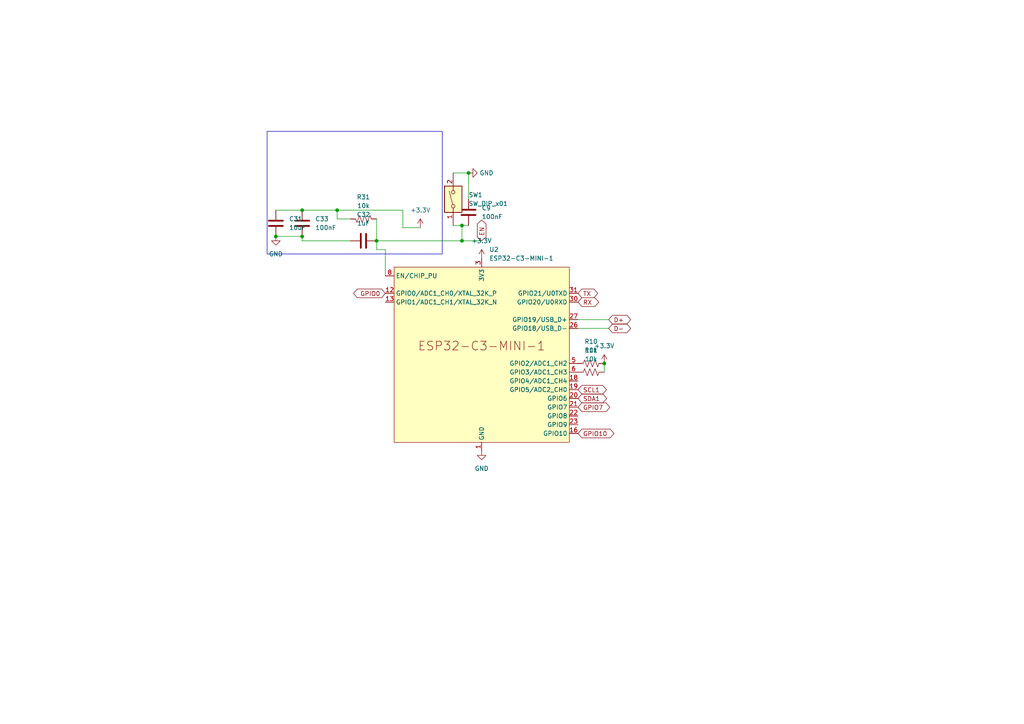
<source format=kicad_sch>
(kicad_sch (version 20231120) (generator "eeschema") (generator_version "8.0")
  (paper "A4")
  (lib_symbols
    (symbol "Device:C" (pin_numbers hide) (pin_names (offset 0.254))
      (property "Reference" "C" (at 0.635 2.54 0))
      (property "Value" "C" (at 0.635 -2.54 0))
      (symbol "C_0_1"
        (polyline (pts (xy -2.032 -0.762) (xy 2.032 -0.762)) (stroke (width 0.508)))
        (polyline (pts (xy -2.032 0.762) (xy 2.032 0.762)) (stroke (width 0.508)))
      )
      (symbol "C_1_1"
        (pin passive line (at 0 3.81 270) (length 2.794) (name "~") (number "1"))
        (pin passive line (at 0 -3.81 90) (length 2.794) (name "~") (number "2"))
      )
    )
    (symbol "Device:R_US" (pin_numbers hide) (pin_names (offset 0))
      (property "Reference" "R" (at 2.54 0 90))
      (property "Value" "R_US" (at -2.54 0 90))
      (symbol "R_US_0_1"
        (polyline (pts (xy 0 -2.286) (xy 0 -2.54)))
        (polyline (pts (xy 0 2.286) (xy 0 2.54)))
        (polyline (pts (xy 0 -0.762) (xy 1.016 -1.143) (xy 0 -1.524) (xy -1.016 -1.905) (xy 0 -2.286)))
        (polyline (pts (xy 0 0.762) (xy 1.016 0.381) (xy 0 0) (xy -1.016 -0.381) (xy 0 -0.762)))
        (polyline (pts (xy 0 2.286) (xy 1.016 1.905) (xy 0 1.524) (xy -1.016 1.143) (xy 0 0.762)))
      )
      (symbol "R_US_1_1"
        (pin passive line (at 0 3.81 270) (length 1.27) (name "~") (number "1"))
        (pin passive line (at 0 -3.81 90) (length 1.27) (name "~") (number "2"))
      )
    )
    (symbol "PCM_Espressif:ESP32-C3-MINI-1"
      (property "Reference" "U" (at -25.4 30.48 0))
      (property "Value" "ESP32-C3-MINI-1" (at -25.4 27.94 0))
      (symbol "ESP32-C3-MINI-1_0_0"
        (text "ESP32-C3-MINI-1" (at 0 2.54 0) (effects (font (size 2.54 2.54))))
      )
      (symbol "ESP32-C3-MINI-1_0_1"
        (rectangle (start -25.4 25.4) (end 25.4 -25.4) (fill (type background)))
      )
      (symbol "ESP32-C3-MINI-1_1_1"
        (pin power_in line (at 0 -27.94 90) (length 2.54) (name "GND") (number "1"))
        (pin no_connect line (at -25.4 2.54 0) (length 2.54) hide (name "NC") (number "10"))
        (pin passive line (at 0 -27.94 90) (length 2.54) hide (name "GND") (number "11"))
        (pin bidirectional line (at -27.94 17.78 0) (length 2.54) (name "GPIO0/ADC1_CH0/XTAL_32K_P") (number "12"))
        (pin bidirectional line (at -27.94 15.24 0) (length 2.54) (name "GPIO1/ADC1_CH1/XTAL_32K_N") (number "13"))
        (pin passive line (at 0 -27.94 90) (length 2.54) hide (name "GND") (number "14"))
        (pin no_connect line (at -25.4 0 0) (length 2.54) hide (name "NC") (number "15"))
        (pin bidirectional line (at 27.94 -22.86 180) (length 2.54) (name "GPIO10") (number "16"))
        (pin no_connect line (at -25.4 -2.54 0) (length 2.54) hide (name "NC") (number "17"))
        (pin bidirectional line (at 27.94 -7.62 180) (length 2.54) (name "GPIO4/ADC1_CH4") (number "18"))
        (pin bidirectional line (at 27.94 -10.16 180) (length 2.54) (name "GPIO5/ADC2_CH0") (number "19"))
        (pin passive line (at 0 -27.94 90) (length 2.54) hide (name "GND") (number "2"))
        (pin bidirectional line (at 27.94 -12.7 180) (length 2.54) (name "GPIO6") (number "20"))
        (pin bidirectional line (at 27.94 -15.24 180) (length 2.54) (name "GPIO7") (number "21"))
        (pin bidirectional line (at 27.94 -17.78 180) (length 2.54) (name "GPIO8") (number "22"))
        (pin bidirectional line (at 27.94 -20.32 180) (length 2.54) (name "GPIO9") (number "23"))
        (pin no_connect line (at -25.4 -5.08 0) (length 2.54) hide (name "NC") (number "24"))
        (pin no_connect line (at -25.4 -7.62 0) (length 2.54) hide (name "NC") (number "25"))
        (pin bidirectional line (at 27.94 7.62 180) (length 2.54) (name "GPIO18/USB_D-") (number "26"))
        (pin bidirectional line (at 27.94 10.16 180) (length 2.54) (name "GPIO19/USB_D+") (number "27"))
        (pin no_connect line (at -25.4 -10.16 0) (length 2.54) hide (name "NC") (number "28"))
        (pin no_connect line (at -25.4 -12.7 0) (length 2.54) hide (name "NC") (number "29"))
        (pin power_in line (at 0 27.94 270) (length 2.54) (name "3V3") (number "3"))
        (pin bidirectional line (at 27.94 15.24 180) (length 2.54) (name "GPIO20/U0RXD") (number "30"))
        (pin bidirectional line (at 27.94 17.78 180) (length 2.54) (name "GPIO21/U0TXD") (number "31"))
        (pin no_connect line (at -25.4 -15.24 0) (length 2.54) hide (name "NC") (number "32"))
        (pin no_connect line (at -25.4 -17.78 0) (length 2.54) hide (name "NC") (number "33"))
        (pin no_connect line (at -25.4 -20.32 0) (length 2.54) hide (name "NC") (number "34"))
        (pin no_connect line (at -25.4 -22.86 0) (length 2.54) hide (name "NC") (number "35"))
        (pin passive line (at 0 -27.94 90) (length 2.54) hide (name "GND") (number "36"))
        (pin passive line (at 0 -27.94 90) (length 2.54) hide (name "GND") (number "37"))
        (pin passive line (at 0 -27.94 90) (length 2.54) hide (name "GND") (number "38"))
        (pin passive line (at 0 -27.94 90) (length 2.54) hide (name "GND") (number "39"))
        (pin no_connect line (at -25.4 10.16 0) (length 2.54) hide (name "NC") (number "4"))
        (pin passive line (at 0 -27.94 90) (length 2.54) hide (name "GND") (number "40"))
        (pin passive line (at 0 -27.94 90) (length 2.54) hide (name "GND") (number "41"))
        (pin passive line (at 0 -27.94 90) (length 2.54) hide (name "GND") (number "42"))
        (pin passive line (at 0 -27.94 90) (length 2.54) hide (name "GND") (number "43"))
        (pin passive line (at 0 -27.94 90) (length 2.54) hide (name "GND") (number "44"))
        (pin passive line (at 0 -27.94 90) (length 2.54) hide (name "GND") (number "45"))
        (pin passive line (at 0 -27.94 90) (length 2.54) hide (name "GND") (number "46"))
        (pin passive line (at 0 -27.94 90) (length 2.54) hide (name "GND") (number "47"))
        (pin passive line (at 0 -27.94 90) (length 2.54) hide (name "GND") (number "48"))
        (pin passive line (at 0 -27.94 90) (length 2.54) hide (name "GND") (number "49"))
        (pin bidirectional line (at 27.94 -2.54 180) (length 2.54) (name "GPIO2/ADC1_CH2") (number "5"))
        (pin passive line (at 0 -27.94 90) (length 2.54) hide (name "GND") (number "50"))
        (pin passive line (at 0 -27.94 90) (length 2.54) hide (name "GND") (number "51"))
        (pin passive line (at 0 -27.94 90) (length 2.54) hide (name "GND") (number "52"))
        (pin passive line (at 0 -27.94 90) (length 2.54) hide (name "GND") (number "53"))
        (pin bidirectional line (at 27.94 -5.08 180) (length 2.54) (name "GPIO3/ADC1_CH3") (number "6"))
        (pin no_connect line (at -25.4 7.62 0) (length 2.54) hide (name "NC") (number "7"))
        (pin input line (at -27.94 22.86 0) (length 2.54) (name "EN/CHIP_PU") (number "8"))
        (pin no_connect line (at -25.4 5.08 0) (length 2.54) hide (name "NC") (number "9"))
      )
    )
    (symbol "Switch:SW_DIP_x01" (pin_names (offset 0) hide)
      (property "Reference" "SW" (at 0 3.81 0))
      (property "Value" "SW_DIP_x01" (at 0 -3.81 0))
      (symbol "SW_DIP_x01_0_0"
        (circle (center -2.032 0) (radius 0.508))
        (polyline (pts (xy -1.524 0.127) (xy 2.3622 1.1684)))
        (circle (center 2.032 0) (radius 0.508))
      )
      (symbol "SW_DIP_x01_0_1"
        (rectangle (start -3.81 2.54) (end 3.81 -2.54) (stroke (width 0.254)) (fill (type background)))
      )
      (symbol "SW_DIP_x01_1_1"
        (pin passive line (at -7.62 0 0) (length 5.08) (name "~") (number "1"))
        (pin passive line (at 7.62 0 180) (length 5.08) (name "~") (number "2"))
      )
    )
    (symbol "power:+3.3V" (power) (pin_names (offset 0))
      (property "Value" "+3.3V" (at 0 3.556 0))
      (symbol "+3.3V_0_1"
        (polyline (pts (xy -0.762 1.27) (xy 0 2.54)))
        (polyline (pts (xy 0 0) (xy 0 2.54)))
        (polyline (pts (xy 0 2.54) (xy 0.762 1.27)))
      )
      (symbol "+3.3V_1_1"
        (pin power_in line (at 0 0 90) (length 0) hide (name "+3.3V") (number "1"))
      )
    )
    (symbol "power:GND" (power) (pin_names (offset 0))
      (property "Value" "GND" (at 0 -3.81 0))
      (symbol "GND_0_1"
        (polyline (pts (xy 0 0) (xy 0 -1.27) (xy 1.27 -1.27) (xy 0 -2.54) (xy -1.27 -1.27) (xy 0 -1.27)))
      )
      (symbol "GND_1_1"
        (pin power_in line (at 0 0 270) (length 0) hide (name "GND") (number "1"))
      )
    )
  )
  (junction (at 135.89 50.165))
  (junction (at 87.63 68.58))
  (junction (at 80.01 68.58))
  (junction (at 87.63 60.96))
  (junction (at 109.22 69.85))
  (junction (at 133.985 65.405))
  (junction (at 133.985 69.85))
  (junction (at 175.26 105.41))
  (junction (at 97.79 60.96))
  (wire (pts (xy 135.89 50.165) (xy 131.445 50.165)))
  (wire (pts (xy 111.76 72.39) (xy 109.22 72.39)))
  (wire (pts (xy 97.79 60.96) (xy 97.79 63.5)))
  (wire (pts (xy 175.26 105.41) (xy 175.26 107.95)))
  (wire (pts (xy 87.63 69.85) (xy 87.63 68.58)))
  (wire (pts (xy 133.985 65.405) (xy 133.985 69.85)))
  (wire (pts (xy 80.01 60.96) (xy 87.63 60.96)))
  (wire (pts (xy 116.84 60.96) (xy 116.84 66.04)))
  (wire (pts (xy 116.84 66.04) (xy 121.92 66.04)))
  (wire (pts (xy 135.89 57.785) (xy 135.89 50.165)))
  (wire (pts (xy 131.445 65.405) (xy 133.985 65.405)))
  (wire (pts (xy 167.64 92.71) (xy 176.53 92.71)))
  (wire (pts (xy 80.01 68.58) (xy 87.63 68.58)))
  (wire (pts (xy 87.63 60.96) (xy 97.79 60.96)))
  (wire (pts (xy 109.22 63.5) (xy 109.22 69.85)))
  (wire (pts (xy 97.79 63.5) (xy 101.6 63.5)))
  (wire (pts (xy 111.76 72.39) (xy 111.76 80.01)))
  (wire (pts (xy 133.985 69.85) (xy 139.7 69.85)))
  (wire (pts (xy 101.6 69.85) (xy 87.63 69.85)))
  (wire (pts (xy 109.22 72.39) (xy 109.22 69.85)))
  (wire (pts (xy 133.985 65.405) (xy 135.89 65.405)))
  (wire (pts (xy 109.22 69.85) (xy 133.985 69.85)))
  (wire (pts (xy 97.79 60.96) (xy 116.84 60.96)))
  (wire (pts (xy 167.64 95.25) (xy 176.53 95.25)))
  (rectangle (start 77.47 38.1) (end 128.27 73.66))
  (global_label "EN" (shape bidirectional) (at 139.7 69.85 90) (property "Intersheetrefs" "${INTERSHEET_REFS}" (effects (hide yes))))
  (global_label "D+" (shape bidirectional) (at 176.53 92.71 0) (property "Intersheetrefs" "${INTERSHEET_REFS}" (effects (hide yes))))
  (global_label "D-" (shape bidirectional) (at 176.53 95.25 0) (property "Intersheetrefs" "${INTERSHEET_REFS}" (effects (hide yes))))
  (global_label "GPIO7" (shape bidirectional) (at 167.64 118.11 0) (property "Intersheetrefs" "${INTERSHEET_REFS}" (effects (hide yes))))
  (global_label "GPIO0" (shape bidirectional) (at 111.76 85.09 180) (property "Intersheetrefs" "${INTERSHEET_REFS}" (effects (hide yes))))
  (global_label "SDA1" (shape bidirectional) (at 167.64 115.57 0) (property "Intersheetrefs" "${INTERSHEET_REFS}" (effects (hide yes))))
  (global_label "GPIO10" (shape bidirectional) (at 167.64 125.73 0) (property "Intersheetrefs" "${INTERSHEET_REFS}" (effects (hide yes))))
  (global_label "TX" (shape bidirectional) (at 167.64 85.09 0) (property "Intersheetrefs" "${INTERSHEET_REFS}" (effects (hide yes))))
  (global_label "RX" (shape bidirectional) (at 167.64 87.63 0) (property "Intersheetrefs" "${INTERSHEET_REFS}" (effects (hide yes))))
  (global_label "SCL1" (shape bidirectional) (at 167.64 113.03 0) (property "Intersheetrefs" "${INTERSHEET_REFS}" (effects (hide yes))))
  (symbol (lib_id "Device:C") (at 135.89 61.595 0) (unit 1)
    (property "Reference" "C9" (at 139.7 60.325 0) (effects (justify left)))
    (property "Value" "100nF" (at 139.7 62.865 0) (effects (justify left)))
    (property "Footprint" "Capacitor_SMD:C_0402_1005Metric" (effects (hide yes)))
    (property "MPN" "C307331" (effects (hide yes)))
  )
  (symbol (lib_id "power:+3.3V") (at 175.26 105.41 0) (unit 1)
    (property "Reference" "#PWR015" (effects (hide yes)))
    (property "Value" "+3.3V" (at 175.26 100.33 0))
  )
  (symbol (lib_id "power:GND") (at 80.01 68.58 0) (unit 1)
    (property "Reference" "#PWR09" (effects (hide yes)))
    (property "Value" "GND" (at 80.01 73.66 0))
    (instances (project "2812-32" (path "" (reference "#PWR09") (unit 1))) (project "2812-32-mini" (path "" (reference "#PWR04") (unit 1))))
  )
  (symbol (lib_id "Device:R_US") (at 171.45 105.41 90) (unit 1)
    (property "Reference" "R10" (at 171.45 99.06 90))
    (property "Value" "10k" (at 171.45 101.6 90))
    (property "Footprint" "Resistor_SMD:R_0402_1005Metric" (effects (hide yes)))
    (property "MPN" "C25744" (effects (hide yes)))
  )
  (symbol (lib_id "Device:R_US") (at 171.45 107.95 90) (unit 1)
    (property "Reference" "R11" (at 171.45 101.6 90))
    (property "Value" "10k" (at 171.45 104.14 90))
    (property "Footprint" "Resistor_SMD:R_0402_1005Metric" (effects (hide yes)))
    (property "MPN" "C25744" (effects (hide yes)))
  )
  (symbol (lib_id "power:GND") (at 135.89 50.165 90) (unit 1)
    (property "Reference" "#PWR016" (effects (hide yes)))
    (property "Value" "GND" (at 139.065 50.165 90) (effects (justify right)))
  )
  (symbol (lib_id "power:+3.3V") (at 121.92 66.04 0) (unit 1)
    (property "Reference" "#PWR012" (effects (hide yes)))
    (property "Value" "+3.3V" (at 121.92 60.96 0))
    (instances (project "2812-32" (path "" (reference "#PWR012") (unit 1))) (project "2812-32-mini" (path "" (reference "#PWR05") (unit 1))))
  )
  (symbol (lib_id "Device:R_US") (at 105.41 63.5 270) (mirror x) (unit 1)
    (property "Reference" "R31" (at 105.41 57.15 90))
    (property "Value" "10k" (at 105.41 59.69 90))
    (property "Footprint" "Resistor_SMD:R_0402_1005Metric" (effects (hide yes)))
    (property "MPN" "C25744" (effects (hide yes)))
    (instances (project "2812-32" (path "" (reference "R31") (unit 1))) (project "2812-32-mini" (path "" (reference "R3") (unit 1))))
  )
  (symbol (lib_id "PCM_Espressif:ESP32-C3-MINI-1") (at 139.7 102.87 0) (unit 1)
    (property "Reference" "U2" (at 141.8941 72.39 0) (effects (justify left)))
    (property "Value" "ESP32-C3-MINI-1" (at 141.8941 74.93 0) (effects (justify left)))
    (property "Footprint" "PCM_Espressif:ESP32-C3-MINI-1" (effects (hide yes)))
    (property "Datasheet" "https://www.espressif.com/sites/default/files/documentation/esp32-c3-mini-1_datasheet_en.pdf" (effects (hide yes)))
    (property "MPN" "C2838502" (effects (hide yes)))
  )
  (symbol (lib_id "Device:C") (at 105.41 69.85 90) (unit 1)
    (property "Reference" "C32" (at 105.41 62.23 90))
    (property "Value" "1uF" (at 105.41 64.77 90))
    (property "Footprint" "Capacitor_SMD:C_0402_1005Metric" (effects (hide yes)))
    (property "MPN" "C20539426" (effects (hide yes)))
    (instances (project "2812-32" (path "" (reference "C32") (unit 1))) (project "2812-32-mini" (path "" (reference "C5") (unit 1))))
  )
  (symbol (lib_id "power:GND") (at 139.7 130.81 0) (unit 1)
    (property "Reference" "#PWR09" (effects (hide yes)))
    (property "Value" "GND" (at 139.7 135.89 0))
    (instances (project "2812-32" (path "" (reference "#PWR09") (unit 1))) (project "2812-32-mini" (path "" (reference "#PWR06") (unit 1))))
  )
  (symbol (lib_id "Device:C") (at 80.01 64.77 0) (unit 1)
    (property "Reference" "C31" (at 83.82 63.5 0) (effects (justify left)))
    (property "Value" "10uF" (at 83.82 66.04 0) (effects (justify left)))
    (property "Footprint" "Capacitor_SMD:C_0402_1005Metric" (effects (hide yes)))
    (property "MPN" "C15525" (effects (hide yes)))
    (instances (project "2812-32" (path "" (reference "C31") (unit 1))) (project "2812-32-mini" (path "" (reference "C3") (unit 1))))
  )
  (symbol (lib_id "Device:C") (at 87.63 64.77 0) (unit 1)
    (property "Reference" "C33" (at 91.44 63.5 0) (effects (justify left)))
    (property "Value" "100nF" (at 91.44 66.04 0) (effects (justify left)))
    (property "Footprint" "Capacitor_SMD:C_0402_1005Metric" (effects (hide yes)))
    (property "MPN" "C307331" (effects (hide yes)))
    (instances (project "2812-32" (path "" (reference "C33") (unit 1))) (project "2812-32-mini" (path "" (reference "C4") (unit 1))))
  )
  (symbol (lib_id "power:+3.3V") (at 139.7 74.93 0) (unit 1)
    (property "Reference" "#PWR017" (effects (hide yes)))
    (property "Value" "+3.3V" (at 139.7 69.85 0))
  )
  (symbol (lib_id "Switch:SW_DIP_x01") (at 131.445 57.785 90) (unit 1)
    (property "Reference" "SW1" (at 135.89 56.515 90) (effects (justify right)))
    (property "Value" "SW_DIP_x01" (at 135.89 59.055 90) (effects (justify right)))
    (property "Footprint" "Button_Switch_SMD:SW_SPST_B3U-1000P-B" (effects (hide yes)))
    (property "MPN" "C231329" (effects (hide yes)))
  )
)
</source>
